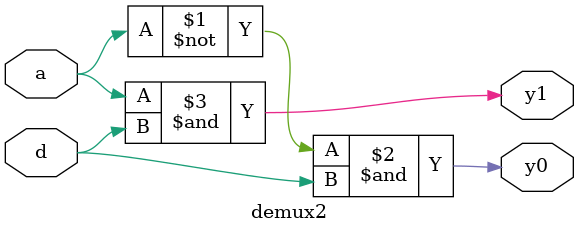
<source format=v>
module demux2(d,a,y0,y1);
input d,a;
output y0,y1;
assign y0=(~a & d);
assign y1=(a & d);
endmodule
</source>
